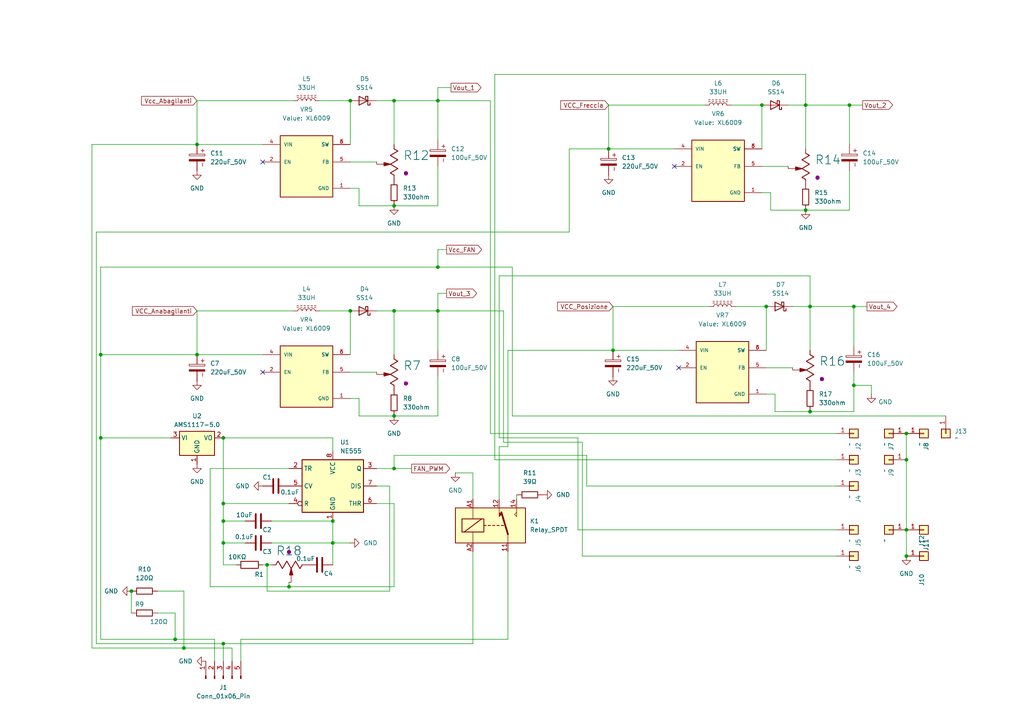
<source format=kicad_sch>
(kicad_sch (version 20250114) (generator "eeschema") (generator_version "9.0")
  (paper "A4")
  (lib_symbols
    (symbol "Connector:Conn_01x05_Pin" (pin_names (offset 1.016) (hide yes))
      (property "Reference" "J" (at 0 7.62 0))
      (property "Value" "Conn_01x05_Pin" (at 0 -7.62 0))
      (symbol "Conn_01x05_Pin_1_1"
        (rectangle (start 0.8636 5.207) (end 0 4.953) (stroke (width 0.1524)) (fill (type outline)))
        (rectangle (start 0.8636 2.667) (end 0 2.413) (stroke (width 0.1524)) (fill (type outline)))
        (rectangle (start 0.8636 0.127) (end 0 -0.127) (stroke (width 0.1524)) (fill (type outline)))
        (rectangle (start 0.8636 -2.413) (end 0 -2.667) (stroke (width 0.1524)) (fill (type outline)))
        (rectangle (start 0.8636 -4.953) (end 0 -5.207) (stroke (width 0.1524)) (fill (type outline)))
        (polyline (pts (xy 1.27 5.08) (xy 0.8636 5.08)) (stroke (width 0.1524)))
        (polyline (pts (xy 1.27 2.54) (xy 0.8636 2.54)) (stroke (width 0.1524)))
        (polyline (pts (xy 1.27 0) (xy 0.8636 0)) (stroke (width 0.1524)))
        (polyline (pts (xy 1.27 -2.54) (xy 0.8636 -2.54)) (stroke (width 0.1524)))
        (polyline (pts (xy 1.27 -5.08) (xy 0.8636 -5.08)) (stroke (width 0.1524)))
        (pin passive line (at 5.08 5.08 180) (length 3.81) (name "Pin_1") (number "1"))
        (pin passive line (at 5.08 2.54 180) (length 3.81) (name "Pin_2") (number "2"))
        (pin passive line (at 5.08 0 180) (length 3.81) (name "Pin_3") (number "3"))
        (pin passive line (at 5.08 -2.54 180) (length 3.81) (name "Pin_4") (number "4"))
        (pin passive line (at 5.08 -5.08 180) (length 3.81) (name "Pin_5") (number "5"))
      )
    )
    (symbol "Connector_Generic:Conn_01x01" (pin_names (offset 1.016) (hide yes))
      (property "Reference" "J" (at 0 2.54 0))
      (property "Value" "Conn_01x01" (at 0 -2.54 0))
      (symbol "Conn_01x01_1_1"
        (rectangle (start -1.27 1.27) (end 1.27 -1.27) (stroke (width 0.254)) (fill (type background)))
        (rectangle (start -1.27 0.127) (end 0 -0.127) (stroke (width 0.1524)))
        (pin passive line (at -5.08 0 0) (length 3.81) (name "Pin_1") (number "1"))
      )
    )
    (symbol "Device:C" (pin_numbers (hide yes)) (pin_names (offset 0.254))
      (property "Reference" "C" (at 0.635 2.54 0))
      (property "Value" "C" (at 0.635 -2.54 0))
      (symbol "C_0_1"
        (polyline (pts (xy -2.032 0.762) (xy 2.032 0.762)) (stroke (width 0.508)))
        (polyline (pts (xy -2.032 -0.762) (xy 2.032 -0.762)) (stroke (width 0.508)))
      )
      (symbol "C_1_1"
        (pin passive line (at 0 3.81 270) (length 2.794) (name "~") (number "1"))
        (pin passive line (at 0 -3.81 90) (length 2.794) (name "~") (number "2"))
      )
    )
    (symbol "Device:L_Ferrite" (pin_numbers (hide yes)) (pin_names (offset 1.016) (hide yes))
      (property "Reference" "L" (at -1.27 0 90))
      (property "Value" "L_Ferrite" (at 2.794 0 90))
      (symbol "L_Ferrite_0_1"
        (arc (start 0 2.54) (mid 0.6323 1.905) (end 0 1.27))
        (arc (start 0 1.27) (mid 0.6323 0.635) (end 0 0))
        (arc (start 0 0) (mid 0.6323 -0.635) (end 0 -1.27))
        (arc (start 0 -1.27) (mid 0.6323 -1.905) (end 0 -2.54))
        (polyline (pts (xy 1.016 2.286) (xy 1.016 2.794)))
        (polyline (pts (xy 1.016 1.27) (xy 1.016 1.778)))
        (polyline (pts (xy 1.016 0.254) (xy 1.016 0.762)))
        (polyline (pts (xy 1.016 -0.762) (xy 1.016 -0.254)))
        (polyline (pts (xy 1.016 -1.778) (xy 1.016 -1.27)))
        (polyline (pts (xy 1.016 -2.794) (xy 1.016 -2.286)))
        (polyline (pts (xy 1.524 2.794) (xy 1.524 2.286)))
        (polyline (pts (xy 1.524 1.778) (xy 1.524 1.27)))
        (polyline (pts (xy 1.524 0.762) (xy 1.524 0.254)))
        (polyline (pts (xy 1.524 -0.254) (xy 1.524 -0.762)))
        (polyline (pts (xy 1.524 -1.27) (xy 1.524 -1.778)))
        (polyline (pts (xy 1.524 -2.286) (xy 1.524 -2.794)))
      )
      (symbol "L_Ferrite_1_1"
        (pin passive line (at 0 3.81 270) (length 1.27) (name "1") (number "1"))
        (pin passive line (at 0 -3.81 90) (length 1.27) (name "2") (number "2"))
      )
    )
    (symbol "Device:R" (pin_numbers (hide yes)) (pin_names (offset 0))
      (property "Reference" "R" (at 2.032 0 90))
      (property "Value" "R" (at 0 0 90))
      (symbol "R_0_1"
        (rectangle (start -1.016 -2.54) (end 1.016 2.54) (stroke (width 0.254)))
      )
      (symbol "R_1_1"
        (pin passive line (at 0 3.81 270) (length 1.27) (name "~") (number "1"))
        (pin passive line (at 0 -3.81 90) (length 1.27) (name "~") (number "2"))
      )
    )
    (symbol "Diode:SS14" (pin_numbers (hide yes)) (pin_names (offset 1.016) (hide yes))
      (property "Reference" "D" (at 0 2.54 0))
      (property "Value" "SS14" (at 0 -2.54 0))
      (symbol "SS14_0_1"
        (polyline (pts (xy -1.905 0.635) (xy -1.905 1.27) (xy -1.27 1.27) (xy -1.27 -1.27) (xy -0.635 -1.27) (xy -0.635 -0.635)) (stroke (width 0.254)))
        (polyline (pts (xy 1.27 1.27) (xy 1.27 -1.27) (xy -1.27 0) (xy 1.27 1.27)) (stroke (width 0.254)))
        (polyline (pts (xy 1.27 0) (xy -1.27 0)))
      )
      (symbol "SS14_1_1"
        (pin passive line (at -3.81 0 0) (length 2.54) (name "K") (number "1"))
        (pin passive line (at 3.81 0 180) (length 2.54) (name "A") (number "2"))
      )
    )
    (symbol "New_Library:XL6009" (pin_names (offset 1.016))
      (property "Reference" "VR" (at -7.62 8.89 0))
      (property "Value" "XL6009" (at -7.62 -11.43 0) (show_name))
      (property "Footprint" "XL6009" (at 0 0 0) (show_name))
      (symbol "XL6009_0_0"
        (rectangle (start -7.62 -10.16) (end 7.62 7.62) (stroke (width 0.254)) (fill (type background)))
        (pin input line (at -12.7 5.08 0) (length 5.08) (name "VIN") (number "4"))
        (pin input line (at -12.7 0 0) (length 5.08) (name "EN") (number "2"))
        (pin output line (at 12.7 5.08 180) (length 5.08) (name "SW") (number "3"))
        (pin output line (at 12.7 5.08 180) (length 5.08) (name "SW") (number "6"))
        (pin input line (at 12.7 0 180) (length 5.08) (name "FB") (number "5"))
        (pin power_in line (at 12.7 -7.62 180) (length 5.08) (name "GND") (number "1"))
      )
    )
    (symbol "PCM_Generic:R-potentiometer,IEEE" (pin_numbers (hide yes)) (pin_names (offset 0) (hide yes))
      (property "Reference" "R" (at 2.54 2.54 0))
      (property "Indicator" "●" (at 2.54 -2.54 0))
      (symbol "R-potentiometer,IEEE_1_1"
        (polyline (pts (xy 0 3.81) (xy 1.0922 3.175) (xy -1.0922 1.905) (xy 1.0922 0.635) (xy -1.0922 -0.635) (xy 1.0922 -1.905) (xy -1.0922 -3.175) (xy 0 -3.81)) (stroke (width 0.254)))
        (polyline (pts (xy 1.0922 0.635) (xy 2.921 1.1176) (xy 2.921 0.1524) (xy 1.0922 0.635)) (stroke (width 0.254)) (fill (type outline)))
        (polyline (pts (xy 5.08 0) (xy 5.08 0.635) (xy 1.0922 0.635)))
        (pin passive line (at 0 5.08 270) (length 1.27) (name "c") (number "3"))
        (pin passive line (at 0 -5.08 90) (length 1.27) (name "a") (number "1"))
        (pin passive line (at 5.08 0 180) (length 0) (name "b") (number "2"))
      )
    )
    (symbol "PCM_SL_Capacitors:100uF_50V"
      (property "Reference" "C" (at 0 7.62 0))
      (property "Value" "100uF_50V" (at 0 5.08 0))
      (symbol "100uF_50V_0_0"
        (text "+" (at -2.032 1.524 0) (effects (font (size 1.27 1.27))))
        (text "-" (at 2.032 1.524 0) (effects (font (size 1.27 1.27))))
      )
      (symbol "100uF_50V_0_1"
        (rectangle (start -1.016 -2.286) (end -0.508 2.286))
        (rectangle (start 0.508 -2.286) (end 1.016 2.286) (fill (type outline)))
      )
      (symbol "100uF_50V_1_1"
        (pin passive line (at -3.81 0 0) (length 2.7) (name "~") (number "1"))
        (pin input line (at 3.81 0 180) (length 2.7) (name "~") (number "2"))
      )
    )
    (symbol "PCM_SL_Capacitors:220uF_50V"
      (property "Reference" "C" (at 0 7.62 0))
      (property "Value" "220uF_50V" (at 0 5.08 0))
      (symbol "220uF_50V_0_0"
        (text "+" (at -2.032 1.524 0) (effects (font (size 1.27 1.27))))
        (text "-" (at 2.032 1.524 0) (effects (font (size 1.27 1.27))))
      )
      (symbol "220uF_50V_0_1"
        (rectangle (start -1.016 -2.286) (end -0.508 2.286))
        (rectangle (start 0.508 -2.286) (end 1.016 2.286) (fill (type outline)))
      )
      (symbol "220uF_50V_1_1"
        (pin passive line (at -3.81 0 0) (length 2.7) (name "~") (number "1"))
        (pin input line (at 3.81 0 180) (length 2.7) (name "~") (number "2"))
      )
    )
    (symbol "PCM_SL_Devices:Resistor_5W"
      (property "Reference" "R" (at 0 5.08 0))
      (property "Value" "Resistor_5W" (at 0 2.54 0))
      (symbol "Resistor_5W_0_1"
        (rectangle (start -2.286 0.889) (end 2.286 -0.889) (stroke (width 0.24)))
      )
      (symbol "Resistor_5W_1_1"
        (pin passive line (at -3.81 0 0) (length 1.5) (name "") (number "1"))
        (pin passive line (at 3.81 0 180) (length 1.5) (name "~") (number "2"))
      )
    )
    (symbol "PCM_SL_Resistors:330ohm"
      (property "Reference" "R" (at 0 5.08 0))
      (property "Value" "330ohm" (at 0 2.54 0))
      (symbol "330ohm_0_1"
        (rectangle (start -2.286 0.889) (end 2.286 -0.889) (stroke (width 0.24)))
      )
      (symbol "330ohm_1_1"
        (pin passive line (at -3.81 0 0) (length 1.5) (name "") (number "1"))
        (pin passive line (at 3.81 0 180) (length 1.5) (name "~") (number "2"))
      )
    )
    (symbol "Regulator_Linear:AMS1117-5.0"
      (property "Reference" "U" (at -3.81 3.175 0))
      (property "Value" "AMS1117-5.0" (at 0 3.175 0))
      (symbol "AMS1117-5.0_0_1"
        (rectangle (start -5.08 -5.08) (end 5.08 1.905) (stroke (width 0.254)) (fill (type background)))
      )
      (symbol "AMS1117-5.0_1_1"
        (pin power_in line (at -7.62 0 0) (length 2.54) (name "VI") (number "3"))
        (pin power_in line (at 0 -7.62 90) (length 2.54) (name "GND") (number "1"))
        (pin power_out line (at 7.62 0 180) (length 2.54) (name "VO") (number "2"))
      )
    )
    (symbol "Relay:Relay_SPDT"
      (property "Reference" "K" (at 11.43 3.81 0))
      (property "Value" "Relay_SPDT" (at 11.43 1.27 0))
      (symbol "Relay_SPDT_0_0"
        (polyline (pts (xy 7.62 5.08) (xy 7.62 2.54) (xy 6.985 3.175) (xy 7.62 3.81)))
      )
      (symbol "Relay_SPDT_0_1"
        (rectangle (start -10.16 5.08) (end 10.16 -5.08) (stroke (width 0.254)) (fill (type background)))
        (rectangle (start -8.255 1.905) (end -1.905 -1.905) (stroke (width 0.254)))
        (polyline (pts (xy -7.62 -1.905) (xy -2.54 1.905)) (stroke (width 0.254)))
        (polyline (pts (xy -5.08 5.08) (xy -5.08 1.905)))
        (polyline (pts (xy -5.08 -5.08) (xy -5.08 -1.905)))
        (polyline (pts (xy -1.905 0) (xy -1.27 0)) (stroke (width 0.254)))
        (polyline (pts (xy -0.635 0) (xy 0 0)) (stroke (width 0.254)))
        (polyline (pts (xy 0.635 0) (xy 1.27 0)) (stroke (width 0.254)))
        (polyline (pts (xy 1.905 0) (xy 2.54 0)) (stroke (width 0.254)))
        (polyline (pts (xy 2.54 5.08) (xy 2.54 2.54) (xy 3.175 3.175) (xy 2.54 3.81)) (fill (type outline)))
        (polyline (pts (xy 3.175 0) (xy 3.81 0)) (stroke (width 0.254)))
        (polyline (pts (xy 5.08 -2.54) (xy 3.175 3.81)) (stroke (width 0.508)))
        (polyline (pts (xy 5.08 -2.54) (xy 5.08 -5.08)))
      )
      (symbol "Relay_SPDT_1_1"
        (pin passive line (at -5.08 7.62 270) (length 2.54) (name "~") (number "A1"))
        (pin passive line (at -5.08 -7.62 90) (length 2.54) (name "~") (number "A2"))
        (pin passive line (at 2.54 7.62 270) (length 2.54) (name "~") (number "12"))
        (pin passive line (at 5.08 -7.62 90) (length 2.54) (name "~") (number "11"))
        (pin passive line (at 7.62 7.62 270) (length 2.54) (name "~") (number "14"))
      )
    )
    (symbol "Timer:NE555D"
      (property "Reference" "U" (at -10.16 8.89 0))
      (property "Value" "NE555D" (at 2.54 8.89 0))
      (symbol "NE555D_0_0"
        (pin power_in line (at 0 10.16 270) (length 2.54) (name "VCC") (number "8"))
        (pin power_in line (at 0 -10.16 90) (length 2.54) (name "GND") (number "1"))
      )
      (symbol "NE555D_0_1"
        (rectangle (start -8.89 -7.62) (end 8.89 7.62) (stroke (width 0.254)) (fill (type background)))
        (rectangle (start -8.89 -7.62) (end 8.89 7.62) (stroke (width 0.254)) (fill (type background)))
      )
      (symbol "NE555D_1_1"
        (pin input line (at -12.7 5.08 0) (length 3.81) (name "TR") (number "2"))
        (pin input line (at -12.7 0 0) (length 3.81) (name "CV") (number "5"))
        (pin input inverted (at -12.7 -5.08 0) (length 3.81) (name "R") (number "4"))
        (pin output line (at 12.7 5.08 180) (length 3.81) (name "Q") (number "3"))
        (pin input line (at 12.7 0 180) (length 3.81) (name "DIS") (number "7"))
        (pin input line (at 12.7 -5.08 180) (length 3.81) (name "THR") (number "6"))
      )
    )
    (symbol "power:GND" (power) (pin_numbers (hide yes)) (pin_names (offset 0) (hide yes))
      (property "Value" "GND" (at 0 -3.81 0))
      (symbol "GND_0_1"
        (polyline (pts (xy 0 0) (xy 0 -1.27) (xy 1.27 -1.27) (xy 0 -2.54) (xy -1.27 -1.27) (xy 0 -1.27)))
      )
      (symbol "GND_1_1"
        (pin power_in line (at 0 0 270) (length 0) (name "~") (number "1"))
      )
    )
  )
  (junction (at 176.53 43.18))
  (junction (at 247.65 88.9))
  (junction (at 234.95 119.38))
  (junction (at 38.1 171.45))
  (junction (at 101.6 90.17))
  (junction (at 233.68 30.48))
  (junction (at 177.8 101.6))
  (junction (at 101.6 29.21))
  (junction (at 64.77 151.13))
  (junction (at 222.25 88.9))
  (junction (at 53.34 187.96))
  (junction (at 127 90.17))
  (junction (at 220.98 30.48))
  (junction (at 77.47 163.83))
  (junction (at 96.52 157.48))
  (junction (at 114.3 59.69))
  (junction (at 83.82 170.18))
  (junction (at 233.68 60.96))
  (junction (at 64.77 157.48))
  (junction (at 262.89 125.73))
  (junction (at 127 29.21))
  (junction (at 114.3 120.65))
  (junction (at 114.3 135.89))
  (junction (at 127 77.47))
  (junction (at 114.3 90.17))
  (junction (at 247.65 111.76))
  (junction (at 114.3 29.21))
  (junction (at 246.38 30.48))
  (junction (at 262.89 153.67))
  (junction (at 64.77 146.05))
  (junction (at 50.8 185.42))
  (junction (at 29.21 127))
  (junction (at 262.89 133.35))
  (junction (at 96.52 151.13))
  (junction (at 57.15 41.91))
  (junction (at 57.15 102.87))
  (junction (at 64.77 127))
  (junction (at 64.77 186.69))
  (junction (at 29.21 102.87))
  (junction (at 234.95 88.9))
  (junction (at 262.89 161.29))
  (no_connect (at 196.85 106.68))
  (no_connect (at 195.58 48.26))
  (no_connect (at 76.2 107.95))
  (no_connect (at 76.2 46.99))
  (wire (pts (xy 78.74 157.48) (xy 96.52 157.48)))
  (wire (pts (xy 64.77 186.69) (xy 137.16 186.69)))
  (wire (pts (xy 101.6 29.21) (xy 92.71 29.21)))
  (wire (pts (xy 129.54 72.39) (xy 127 72.39)))
  (wire (pts (xy 53.34 171.45) (xy 45.72 171.45)))
  (wire (pts (xy 53.34 171.45) (xy 53.34 187.96)))
  (wire (pts (xy 29.21 127) (xy 49.53 127)))
  (wire (pts (xy 137.16 186.69) (xy 137.16 160.02)))
  (wire (pts (xy 85.09 29.21) (xy 57.15 29.21)))
  (wire (pts (xy 229.87 88.9) (xy 234.95 88.9)))
  (wire (pts (xy 147.32 101.6) (xy 147.32 129.54)))
  (wire (pts (xy 67.31 191.77) (xy 67.31 187.96)))
  (wire (pts (xy 53.34 187.96) (xy 26.67 187.96)))
  (wire (pts (xy 234.95 80.01) (xy 234.95 88.9)))
  (wire (pts (xy 96.52 157.48) (xy 96.52 151.13)))
  (wire (pts (xy 146.05 128.27) (xy 146.05 90.17)))
  (wire (pts (xy 127 29.21) (xy 142.24 29.21)))
  (wire (pts (xy 29.21 77.47) (xy 29.21 102.87)))
  (wire (pts (xy 252.73 111.76) (xy 247.65 111.76)))
  (wire (pts (xy 247.65 100.33) (xy 247.65 88.9)))
  (wire (pts (xy 137.16 137.16) (xy 137.16 144.78)))
  (wire (pts (xy 205.74 88.9) (xy 177.8 88.9)))
  (wire (pts (xy 165.1 67.31) (xy 165.1 43.18)))
  (wire (pts (xy 129.54 85.09) (xy 127 85.09)))
  (wire (pts (xy 64.77 157.48) (xy 64.77 163.83)))
  (wire (pts (xy 127 85.09) (xy 127 90.17)))
  (wire (pts (xy 170.18 132.08) (xy 170.18 140.97)))
  (wire (pts (xy 57.15 90.17) (xy 57.15 102.87)))
  (wire (pts (xy 69.85 191.77) (xy 69.85 185.42)))
  (wire (pts (xy 168.91 161.29) (xy 168.91 128.27)))
  (wire (pts (xy 220.98 55.88) (xy 223.52 55.88)))
  (wire (pts (xy 222.25 114.3) (xy 224.79 114.3)))
  (wire (pts (xy 50.8 177.8) (xy 45.72 177.8)))
  (wire (pts (xy 148.59 120.65) (xy 148.59 77.47)))
  (wire (pts (xy 242.57 140.97) (xy 170.18 140.97)))
  (wire (pts (xy 64.77 146.05) (xy 64.77 127)))
  (wire (pts (xy 222.25 88.9) (xy 213.36 88.9)))
  (wire (pts (xy 246.38 41.91) (xy 246.38 30.48)))
  (wire (pts (xy 127 29.21) (xy 114.3 29.21)))
  (wire (pts (xy 64.77 151.13) (xy 71.12 151.13)))
  (wire (pts (xy 57.15 102.87) (xy 29.21 102.87)))
  (wire (pts (xy 176.53 30.48) (xy 176.53 43.18)))
  (wire (pts (xy 83.82 170.18) (xy 83.82 168.91)))
  (wire (pts (xy 101.6 90.17) (xy 101.6 102.87)))
  (wire (pts (xy 177.8 88.9) (xy 177.8 101.6)))
  (wire (pts (xy 246.38 30.48) (xy 250.19 30.48)))
  (wire (pts (xy 142.24 29.21) (xy 142.24 125.73)))
  (wire (pts (xy 246.38 49.53) (xy 246.38 60.96)))
  (wire (pts (xy 262.89 125.73) (xy 262.89 133.35)))
  (wire (pts (xy 262.89 153.67) (xy 262.89 161.29)))
  (wire (pts (xy 71.12 157.48) (xy 64.77 157.48)))
  (wire (pts (xy 64.77 151.13) (xy 64.77 146.05)))
  (wire (pts (xy 144.78 129.54) (xy 144.78 144.78)))
  (wire (pts (xy 223.52 60.96) (xy 233.68 60.96)))
  (wire (pts (xy 50.8 185.42) (xy 62.23 185.42)))
  (wire (pts (xy 127 25.4) (xy 127 29.21)))
  (wire (pts (xy 144.78 80.01) (xy 234.95 80.01)))
  (wire (pts (xy 222.25 88.9) (xy 222.25 101.6)))
  (wire (pts (xy 127 77.47) (xy 29.21 77.47)))
  (wire (pts (xy 114.3 132.08) (xy 114.3 135.89)))
  (wire (pts (xy 60.96 135.89) (xy 60.96 170.18)))
  (wire (pts (xy 176.53 43.18) (xy 195.58 43.18)))
  (wire (pts (xy 109.22 140.97) (xy 113.03 140.97)))
  (wire (pts (xy 143.51 21.59) (xy 143.51 133.35)))
  (wire (pts (xy 247.65 111.76) (xy 247.65 119.38)))
  (wire (pts (xy 57.15 41.91) (xy 76.2 41.91)))
  (wire (pts (xy 114.3 135.89) (xy 119.38 135.89)))
  (wire (pts (xy 83.82 170.18) (xy 114.3 170.18)))
  (wire (pts (xy 147.32 185.42) (xy 147.32 160.02)))
  (wire (pts (xy 101.6 115.57) (xy 104.14 115.57)))
  (wire (pts (xy 114.3 135.89) (xy 109.22 135.89)))
  (wire (pts (xy 64.77 186.69) (xy 27.94 186.69)))
  (wire (pts (xy 101.6 29.21) (xy 101.6 41.91)))
  (wire (pts (xy 104.14 59.69) (xy 114.3 59.69)))
  (wire (pts (xy 109.22 29.21) (xy 114.3 29.21)))
  (wire (pts (xy 67.31 187.96) (xy 53.34 187.96)))
  (wire (pts (xy 242.57 153.67) (xy 167.64 153.67)))
  (wire (pts (xy 127 59.69) (xy 114.3 59.69)))
  (wire (pts (xy 76.2 163.83) (xy 77.47 163.83)))
  (wire (pts (xy 127 101.6) (xy 127 90.17)))
  (wire (pts (xy 246.38 60.96) (xy 233.68 60.96)))
  (wire (pts (xy 224.79 119.38) (xy 234.95 119.38)))
  (wire (pts (xy 167.64 127) (xy 144.78 127)))
  (wire (pts (xy 113.03 140.97) (xy 113.03 171.45)))
  (wire (pts (xy 220.98 30.48) (xy 220.98 43.18)))
  (wire (pts (xy 38.1 171.45) (xy 38.1 177.8)))
  (wire (pts (xy 127 48.26) (xy 127 59.69)))
  (wire (pts (xy 113.03 171.45) (xy 77.47 171.45)))
  (wire (pts (xy 83.82 146.05) (xy 64.77 146.05)))
  (wire (pts (xy 247.65 88.9) (xy 251.46 88.9)))
  (wire (pts (xy 104.14 120.65) (xy 114.3 120.65)))
  (wire (pts (xy 127 40.64) (xy 127 29.21)))
  (wire (pts (xy 127 90.17) (xy 114.3 90.17)))
  (wire (pts (xy 224.79 114.3) (xy 224.79 119.38)))
  (wire (pts (xy 144.78 127) (xy 144.78 80.01)))
  (wire (pts (xy 223.52 55.88) (xy 223.52 60.96)))
  (wire (pts (xy 101.6 157.48) (xy 96.52 157.48)))
  (wire (pts (xy 27.94 67.31) (xy 165.1 67.31)))
  (wire (pts (xy 101.6 107.95) (xy 109.22 107.95)))
  (wire (pts (xy 29.21 102.87) (xy 29.21 127)))
  (wire (pts (xy 127 72.39) (xy 127 77.47)))
  (wire (pts (xy 77.47 171.45) (xy 77.47 163.83)))
  (wire (pts (xy 228.6 30.48) (xy 233.68 30.48)))
  (wire (pts (xy 247.65 88.9) (xy 234.95 88.9)))
  (wire (pts (xy 177.8 101.6) (xy 196.85 101.6)))
  (wire (pts (xy 26.67 41.91) (xy 57.15 41.91)))
  (wire (pts (xy 101.6 46.99) (xy 109.22 46.99)))
  (wire (pts (xy 83.82 135.89) (xy 60.96 135.89)))
  (wire (pts (xy 170.18 132.08) (xy 114.3 132.08)))
  (wire (pts (xy 168.91 128.27) (xy 146.05 128.27)))
  (wire (pts (xy 233.68 30.48) (xy 233.68 43.18)))
  (wire (pts (xy 234.95 88.9) (xy 234.95 101.6)))
  (wire (pts (xy 50.8 177.8) (xy 50.8 185.42)))
  (wire (pts (xy 96.52 157.48) (xy 96.52 163.83)))
  (wire (pts (xy 104.14 54.61) (xy 104.14 59.69)))
  (wire (pts (xy 26.67 187.96) (xy 26.67 41.91)))
  (wire (pts (xy 114.3 170.18) (xy 114.3 146.05)))
  (wire (pts (xy 60.96 170.18) (xy 83.82 170.18)))
  (wire (pts (xy 262.89 133.35) (xy 262.89 153.67)))
  (wire (pts (xy 101.6 90.17) (xy 92.71 90.17)))
  (wire (pts (xy 148.59 120.65) (xy 274.32 120.65)))
  (wire (pts (xy 127 120.65) (xy 114.3 120.65)))
  (wire (pts (xy 78.74 151.13) (xy 96.52 151.13)))
  (wire (pts (xy 147.32 101.6) (xy 177.8 101.6)))
  (wire (pts (xy 101.6 54.61) (xy 104.14 54.61)))
  (wire (pts (xy 64.77 191.77) (xy 64.77 186.69)))
  (wire (pts (xy 68.58 163.83) (xy 64.77 163.83)))
  (wire (pts (xy 127 109.22) (xy 127 120.65)))
  (wire (pts (xy 144.78 129.54) (xy 147.32 129.54)))
  (wire (pts (xy 69.85 185.42) (xy 147.32 185.42)))
  (wire (pts (xy 212.09 30.48) (xy 220.98 30.48)))
  (wire (pts (xy 220.98 48.26) (xy 228.6 48.26)))
  (wire (pts (xy 29.21 127) (xy 29.21 185.42)))
  (wire (pts (xy 130.81 25.4) (xy 127 25.4)))
  (wire (pts (xy 167.64 153.67) (xy 167.64 127)))
  (wire (pts (xy 104.14 115.57) (xy 104.14 120.65)))
  (wire (pts (xy 233.68 30.48) (xy 233.68 21.59)))
  (wire (pts (xy 246.38 30.48) (xy 233.68 30.48)))
  (wire (pts (xy 252.73 111.76) (xy 252.73 114.3)))
  (wire (pts (xy 222.25 106.68) (xy 229.87 106.68)))
  (wire (pts (xy 176.53 43.18) (xy 165.1 43.18)))
  (wire (pts (xy 57.15 29.21) (xy 57.15 41.91)))
  (wire (pts (xy 176.53 30.48) (xy 204.47 30.48)))
  (wire (pts (xy 109.22 90.17) (xy 114.3 90.17)))
  (wire (pts (xy 96.52 127) (xy 96.52 130.81)))
  (wire (pts (xy 247.65 119.38) (xy 234.95 119.38)))
  (wire (pts (xy 149.86 143.51) (xy 149.86 144.78)))
  (wire (pts (xy 85.09 90.17) (xy 57.15 90.17)))
  (wire (pts (xy 57.15 102.87) (xy 76.2 102.87)))
  (wire (pts (xy 247.65 107.95) (xy 247.65 111.76)))
  (wire (pts (xy 233.68 21.59) (xy 143.51 21.59)))
  (wire (pts (xy 146.05 90.17) (xy 127 90.17)))
  (wire (pts (xy 114.3 90.17) (xy 114.3 102.87)))
  (wire (pts (xy 64.77 127) (xy 96.52 127)))
  (wire (pts (xy 64.77 151.13) (xy 64.77 157.48)))
  (wire (pts (xy 77.47 163.83) (xy 78.74 163.83)))
  (wire (pts (xy 148.59 77.47) (xy 127 77.47)))
  (wire (pts (xy 27.94 186.69) (xy 27.94 67.31)))
  (wire (pts (xy 29.21 185.42) (xy 50.8 185.42)))
  (wire (pts (xy 62.23 191.77) (xy 62.23 185.42)))
  (wire (pts (xy 114.3 29.21) (xy 114.3 41.91)))
  (wire (pts (xy 143.51 133.35) (xy 242.57 133.35)))
  (wire (pts (xy 142.24 125.73) (xy 242.57 125.73)))
  (wire (pts (xy 114.3 146.05) (xy 109.22 146.05)))
  (wire (pts (xy 242.57 161.29) (xy 168.91 161.29)))
  (wire (pts (xy 132.08 137.16) (xy 137.16 137.16)))
  (global_label "Vout_1" (shape output) (at 130.81 25.4 0) (property "Intersheetrefs" "${INTERSHEET_REFS}" (effects (hide yes))))
  (global_label "Vout_3" (shape output) (at 129.54 85.09 0) (property "Intersheetrefs" "${INTERSHEET_REFS}" (effects (hide yes))))
  (global_label "VCC_Anabaglianti" (shape input) (at 57.15 90.17 180) (property "Intersheetrefs" "${INTERSHEET_REFS}" (effects (hide yes))))
  (global_label "Vout_4" (shape output) (at 251.46 88.9 0) (property "Intersheetrefs" "${INTERSHEET_REFS}" (effects (hide yes))))
  (global_label "VCC_Freccia" (shape input) (at 176.53 30.48 180) (property "Intersheetrefs" "${INTERSHEET_REFS}" (effects (hide yes))))
  (global_label "Vcc_Abaglianti" (shape input) (at 57.15 29.21 180) (property "Intersheetrefs" "${INTERSHEET_REFS}" (effects (hide yes))))
  (global_label "Vout_2" (shape output) (at 250.19 30.48 0) (property "Intersheetrefs" "${INTERSHEET_REFS}" (effects (hide yes))))
  (global_label "Vcc_FAN" (shape output) (at 129.54 72.39 0) (property "Intersheetrefs" "${INTERSHEET_REFS}" (effects (hide yes))))
  (global_label "FAN_PWM" (shape output) (at 119.38 135.89 0) (property "Intersheetrefs" "${INTERSHEET_REFS}" (effects (hide yes))))
  (global_label "VCC_Posizione" (shape input) (at 177.8 88.9 180) (property "Intersheetrefs" "${INTERSHEET_REFS}" (effects (hide yes))))
  (symbol (lib_id "Connector_Generic:Conn_01x01") (at 267.97 161.29 0) (unit 1)
    (property "Reference" "J12" (at 267.3349 158.75 90) (effects (justify left)))
    (property "Value" "~" (at 269.24 158.75 90) (effects (justify left)))
    (property "Footprint" "Mio:PinHeader_1x01_P1.00mm_Vertical_edit" (effects (hide yes)))
    (property "Description" "Generic connector, single row, 01x01, script generated (kicad-library-utils/schlib/autogen/connector/)" (effects (hide yes)))
  )
  (symbol (lib_id "PCM_SL_Capacitors:220uF_50V") (at 177.8 105.41 270) (unit 1)
    (property "Reference" "C15" (at 181.61 104.1399 90) (effects (justify left)))
    (property "Value" "220uF_50V" (at 181.61 106.6799 90) (effects (justify left)))
    (property "Footprint" "Capacitor_SMD:CP_Elec_8x10" (effects (hide yes)))
    (property "Description" "220uF, 50V Electrolytic Capacitor" (effects (hide yes)))
  )
  (symbol (lib_id "Diode:SS14") (at 105.41 29.21 180) (unit 1)
    (property "Reference" "D5" (at 105.7275 22.86 0))
    (property "Value" "SS14" (at 105.7275 25.4 0))
    (property "Footprint" "Diode_SMD:D_SMA" (effects (hide yes)))
    (property "Datasheet" "https://www.vishay.com/docs/88746/ss12.pdf" (effects (hide yes)))
    (property "Description" "40V 1A Schottky Diode, SMA" (effects (hide yes)))
  )
  (symbol (lib_id "Connector_Generic:Conn_01x01") (at 247.65 140.97 0) (unit 1)
    (property "Reference" "J4" (at 248.9201 143.51 90) (effects (justify right)))
    (property "Value" "~" (at 246.3801 143.51 90) (effects (justify right)))
    (property "Footprint" "Mio:PinHeader_1x01_P1.00mm_Vertical_edit" (effects (hide yes)))
    (property "Description" "Generic connector, single row, 01x01, script generated (kicad-library-utils/schlib/autogen/connector/)" (effects (hide yes)))
  )
  (symbol (lib_id "power:GND") (at 233.68 60.96 0) (unit 1)
    (property "Reference" "#PWR024" (effects (hide yes)))
    (property "Value" "GND" (at 233.68 66.04 0))
    (property "Description" "Power symbol creates a global label with name \"GND\" , ground" (effects (hide yes)))
  )
  (symbol (lib_id "Diode:SS14") (at 224.79 30.48 180) (unit 1)
    (property "Reference" "D6" (at 225.1075 24.13 0))
    (property "Value" "SS14" (at 225.1075 26.67 0))
    (property "Footprint" "Diode_SMD:D_SMA" (effects (hide yes)))
    (property "Datasheet" "https://www.vishay.com/docs/88746/ss12.pdf" (effects (hide yes)))
    (property "Description" "40V 1A Schottky Diode, SMA" (effects (hide yes)))
  )
  (symbol (lib_id "power:GND") (at 57.15 110.49 0) (unit 1)
    (property "Reference" "#PWR014" (effects (hide yes)))
    (property "Value" "GND" (at 57.15 115.57 0))
    (property "Description" "Power symbol creates a global label with name \"GND\" , ground" (effects (hide yes)))
  )
  (symbol (lib_id "New_Library:XL6009") (at 88.9 46.99 0) (unit 1)
    (property "Reference" "VR5" (at 88.9 31.75 0))
    (property "Value" "XL6009" (at 88.9 34.29 0) (show_name yes))
    (property "Footprint" "XL6009:DPAK170P1435X465-6N" (effects (hide yes)))
    (property "Description" "DCDCstepup" (effects (hide yes)))
    (property "MP" "XL6009" (effects (hide yes)))
  )
  (symbol (lib_id "PCM_SL_Resistors:330ohm") (at 114.3 55.88 270) (unit 1)
    (property "Reference" "R13" (at 116.84 54.6099 90) (effects (justify left)))
    (property "Value" "330ohm" (at 116.84 57.1499 90) (effects (justify left)))
    (property "Footprint" "Resistor_SMD:R_1206_3216Metric" (effects (hide yes)))
    (property "Description" "330Ω, 1/4W Resistor" (effects (hide yes)))
  )
  (symbol (lib_id "power:GND") (at 114.3 120.65 0) (unit 1)
    (property "Reference" "#PWR015" (effects (hide yes)))
    (property "Value" "GND" (at 114.3 125.73 0))
    (property "Description" "Power symbol creates a global label with name \"GND\" , ground" (effects (hide yes)))
  )
  (symbol (lib_id "PCM_SL_Devices:Resistor_5W") (at 41.91 171.45 180) (unit 1)
    (property "Reference" "R10" (at 41.91 165.1 0))
    (property "Value" "120Ω" (at 41.91 167.64 0))
    (property "Footprint" "Resistor_THT:R_Axial_DIN0918_L18.0mm_D9.0mm_P22.86mm_Horizontal" (effects (hide yes)))
    (property "Description" "5W Resistor" (effects (hide yes)))
  )
  (symbol (lib_id "PCM_Generic:R-potentiometer,IEEE") (at 114.3 107.95 180) (unit 1)
    (property "Reference" "R7" (at 116.84 106.0449 0) (effects (font (size 2.54 2.54)) (justify right)))
    (property "Value" "10K" (at 116.84 109.22 0) (effects (font (size 0.001 0.001)) (justify right)))
    (property "Footprint" "Potentiometer_THT:Potentiometer_Bourns_3296W_Vertical" (effects (hide yes)))
    (property "Description" "potentiometer with movable/rotating/sliding contact (IEEE zigzag)" (effects (hide yes)))
    (property "Sim.Pins" "1=1 2=2 3=3" (effects (hide yes)))
    (property "Sim.Device" "SPICE" (effects (hide yes)))
    (property "Sim.Params" "type=\"A\" model=\"lin100k\" lib=\"R-potentiometer.lib\"" (effects (hide yes)))
    (property "Indicator" "●" (at 116.84 111.1249 0) (effects (justify right)))
  )
  (symbol (lib_id "PCM_Generic:R-potentiometer,IEEE") (at 114.3 46.99 180) (unit 1)
    (property "Reference" "R12" (at 116.84 45.0849 0) (effects (font (size 2.54 2.54)) (justify right)))
    (property "Value" "10K" (at 116.84 48.26 0) (effects (font (size 0.001 0.001)) (justify right)))
    (property "Footprint" "Potentiometer_THT:Potentiometer_Bourns_3296W_Vertical" (effects (hide yes)))
    (property "Description" "potentiometer with movable/rotating/sliding contact (IEEE zigzag)" (effects (hide yes)))
    (property "Sim.Pins" "1=1 2=2 3=3" (effects (hide yes)))
    (property "Sim.Device" "SPICE" (effects (hide yes)))
    (property "Sim.Params" "type=\"A\" model=\"lin100k\" lib=\"R-potentiometer.lib\"" (effects (hide yes)))
    (property "Indicator" "●" (at 116.84 50.1649 0) (effects (justify right)))
  )
  (symbol (lib_id "Connector_Generic:Conn_01x01") (at 257.81 133.35 180) (unit 1)
    (property "Reference" "J9" (at 258.4451 135.89 90) (effects (justify left)))
    (property "Value" "~" (at 256.54 135.89 90) (effects (justify left)))
    (property "Footprint" "Mio:PinHeader_1x01_P1.00mm_Vertical_edit" (effects (hide yes)))
    (property "Description" "Generic connector, single row, 01x01, script generated (kicad-library-utils/schlib/autogen/connector/)" (effects (hide yes)))
  )
  (symbol (lib_id "PCM_SL_Resistors:330ohm") (at 233.68 57.15 270) (unit 1)
    (property "Reference" "R15" (at 236.22 55.8799 90) (effects (justify left)))
    (property "Value" "330ohm" (at 236.22 58.4199 90) (effects (justify left)))
    (property "Footprint" "Resistor_SMD:R_1206_3216Metric" (effects (hide yes)))
    (property "Description" "330Ω, 1/4W Resistor" (effects (hide yes)))
  )
  (symbol (lib_id "Device:L_Ferrite") (at 88.9 90.17 90) (unit 1)
    (property "Reference" "L4" (at 88.9 83.82 90))
    (property "Value" "33UH" (at 88.9 86.36 90))
    (property "Footprint" "Inductor_SMD:L_Neosid_SM-NE127_HandSoldering" (effects (hide yes)))
    (property "Description" "Inductor with ferrite core" (effects (hide yes)))
  )
  (symbol (lib_id "Connector_Generic:Conn_01x01") (at 274.32 125.73 270) (unit 1)
    (property "Reference" "J13" (at 276.86 125.0949 90) (effects (justify left)))
    (property "Value" "~" (at 276.86 127 90) (effects (justify left)))
    (property "Footprint" "Mio:PinHeader_1x01_P1.00mm_Vertical_edit" (effects (hide yes)))
    (property "Description" "Generic connector, single row, 01x01, script generated (kicad-library-utils/schlib/autogen/connector/)" (effects (hide yes)))
  )
  (symbol (lib_id "New_Library:XL6009") (at 209.55 106.68 0) (unit 1)
    (property "Reference" "VR7" (at 209.55 91.44 0))
    (property "Value" "XL6009" (at 209.55 93.98 0) (show_name yes))
    (property "Footprint" "XL6009:DPAK170P1435X465-6N" (effects (hide yes)))
    (property "Description" "DCDCstepup" (effects (hide yes)))
    (property "MP" "XL6009" (effects (hide yes)))
  )
  (symbol (lib_id "power:GND") (at 57.15 49.53 0) (unit 1)
    (property "Reference" "#PWR019" (effects (hide yes)))
    (property "Value" "GND" (at 57.15 54.61 0))
    (property "Description" "Power symbol creates a global label with name \"GND\" , ground" (effects (hide yes)))
  )
  (symbol (lib_id "PCM_SL_Capacitors:100uF_50V") (at 247.65 104.14 270) (unit 1)
    (property "Reference" "C16" (at 251.46 102.8699 90) (effects (justify left)))
    (property "Value" "100uF_50V" (at 251.46 105.4099 90) (effects (justify left)))
    (property "Footprint" "Capacitor_SMD:CP_Elec_8x10" (effects (hide yes)))
    (property "Description" "100uF, 50V Electrolytic Capacitor" (effects (hide yes)))
  )
  (symbol (lib_id "Regulator_Linear:AMS1117-5.0") (at 57.15 127 0) (unit 1)
    (property "Reference" "U2" (at 57.15 120.65 0))
    (property "Value" "AMS1117-5.0" (at 57.15 123.19 0))
    (property "Footprint" "Package_TO_SOT_SMD:SOT-223-3_TabPin2" (effects (hide yes)))
    (property "Datasheet" "http://www.advanced-monolithic.com/pdf/ds1117.pdf" (effects (hide yes)))
    (property "Description" "1A Low Dropout regulator, positive, 5.0V fixed output, SOT-223" (effects (hide yes)))
  )
  (symbol (lib_id "PCM_SL_Capacitors:100uF_50V") (at 246.38 45.72 270) (unit 1)
    (property "Reference" "C14" (at 250.19 44.4499 90) (effects (justify left)))
    (property "Value" "100uF_50V" (at 250.19 46.9899 90) (effects (justify left)))
    (property "Footprint" "Capacitor_SMD:CP_Elec_8x10" (effects (hide yes)))
    (property "Description" "100uF, 50V Electrolytic Capacitor" (effects (hide yes)))
  )
  (symbol (lib_id "Connector_Generic:Conn_01x01") (at 247.65 133.35 0) (unit 1)
    (property "Reference" "J3" (at 248.9201 135.89 90) (effects (justify right)))
    (property "Value" "~" (at 246.3801 135.89 90) (effects (justify right)))
    (property "Footprint" "Mio:PinHeader_1x01_P1.00mm_Vertical_edit" (effects (hide yes)))
    (property "Description" "Generic connector, single row, 01x01, script generated (kicad-library-utils/schlib/autogen/connector/)" (effects (hide yes)))
  )
  (symbol (lib_id "PCM_SL_Capacitors:100uF_50V") (at 127 44.45 270) (unit 1)
    (property "Reference" "C12" (at 130.81 43.1799 90) (effects (justify left)))
    (property "Value" "100uF_50V" (at 130.81 45.7199 90) (effects (justify left)))
    (property "Footprint" "Capacitor_SMD:CP_Elec_8x10" (effects (hide yes)))
    (property "Description" "100uF, 50V Electrolytic Capacitor" (effects (hide yes)))
  )
  (symbol (lib_id "Device:C") (at 74.93 157.48 270) (unit 1)
    (property "Reference" "C3" (at 77.47 160.02 90))
    (property "Value" "0.1uF" (at 70.866 155.702 90))
    (property "Footprint" "Capacitor_SMD:C_1210_3225Metric" (effects (hide yes)))
    (property "Description" "Unpolarized capacitor" (effects (hide yes)))
  )
  (symbol (lib_id "PCM_SL_Capacitors:220uF_50V") (at 176.53 46.99 270) (unit 1)
    (property "Reference" "C13" (at 180.34 45.7199 90) (effects (justify left)))
    (property "Value" "220uF_50V" (at 180.34 48.2599 90) (effects (justify left)))
    (property "Footprint" "Capacitor_SMD:CP_Elec_8x10" (effects (hide yes)))
    (property "Description" "220uF, 50V Electrolytic Capacitor" (effects (hide yes)))
  )
  (symbol (lib_id "PCM_Generic:R-potentiometer,IEEE") (at 234.95 106.68 180) (unit 1)
    (property "Reference" "R16" (at 237.49 104.7749 0) (effects (font (size 2.54 2.54)) (justify right)))
    (property "Value" "10K" (at 237.49 107.95 0) (effects (font (size 0.001 0.001)) (justify right)))
    (property "Footprint" "Potentiometer_THT:Potentiometer_Bourns_3296W_Vertical" (effects (hide yes)))
    (property "Description" "potentiometer with movable/rotating/sliding contact (IEEE zigzag)" (effects (hide yes)))
    (property "Sim.Pins" "1=1 2=2 3=3" (effects (hide yes)))
    (property "Sim.Device" "SPICE" (effects (hide yes)))
    (property "Sim.Params" "type=\"A\" model=\"lin100k\" lib=\"R-potentiometer.lib\"" (effects (hide yes)))
    (property "Indicator" "●" (at 237.49 109.8549 0) (effects (justify right)))
  )
  (symbol (lib_id "Connector_Generic:Conn_01x01") (at 247.65 153.67 0) (unit 1)
    (property "Reference" "J5" (at 248.9201 156.21 90) (effects (justify right)))
    (property "Value" "~" (at 246.3801 156.21 90) (effects (justify right)))
    (property "Footprint" "Mio:PinHeader_1x01_P1.00mm_Vertical_edit" (effects (hide yes)))
    (property "Description" "Generic connector, single row, 01x01, script generated (kicad-library-utils/schlib/autogen/connector/)" (effects (hide yes)))
  )
  (symbol (lib_id "power:GND") (at 157.48 143.51 90) (unit 1)
    (property "Reference" "#PWR05" (effects (hide yes)))
    (property "Value" "GND" (at 161.29 143.5099 90) (effects (justify right)))
    (property "Description" "Power symbol creates a global label with name \"GND\" , ground" (effects (hide yes)))
  )
  (symbol (lib_id "Connector_Generic:Conn_01x01") (at 247.65 161.29 0) (unit 1)
    (property "Reference" "J6" (at 248.9201 163.83 90) (effects (justify right)))
    (property "Value" "~" (at 246.3801 163.83 90) (effects (justify right)))
    (property "Footprint" "Mio:PinHeader_1x01_P1.00mm_Vertical_edit" (effects (hide yes)))
    (property "Description" "Generic connector, single row, 01x01, script generated (kicad-library-utils/schlib/autogen/connector/)" (effects (hide yes)))
  )
  (symbol (lib_id "PCM_SL_Devices:Resistor_5W") (at 153.67 143.51 0) (unit 1)
    (property "Reference" "R11" (at 153.67 137.16 0))
    (property "Value" "39Ω" (at 153.67 139.7 0))
    (property "Footprint" "Resistor_THT:R_Axial_DIN0918_L18.0mm_D9.0mm_P22.86mm_Horizontal" (effects (hide yes)))
    (property "Description" "5W Resistor" (effects (hide yes)))
  )
  (symbol (lib_id "Timer:NE555D") (at 96.52 140.97 0) (unit 1)
    (property "Reference" "U1" (at 98.6633 128.27 0) (effects (justify left)))
    (property "Value" "NE555" (at 98.6633 130.81 0) (effects (justify left)))
    (property "Footprint" "Package_SO:SOIC-8_3.9x4.9mm_P1.27mm" (effects (hide yes)))
    (property "Datasheet" "http://www.ti.com/lit/ds/symlink/ne555.pdf" (effects (hide yes)))
    (property "Description" "Precision Timers, 555 compatible, SOIC-8" (effects (hide yes)))
  )
  (symbol (lib_id "power:GND") (at 262.89 161.29 0) (unit 1)
    (property "Reference" "#PWR02" (effects (hide yes)))
    (property "Value" "GND" (at 262.89 166.37 0))
    (property "Description" "Power symbol creates a global label with name \"GND\" , ground" (effects (hide yes)))
  )
  (symbol (lib_id "PCM_SL_Resistors:330ohm") (at 234.95 115.57 270) (unit 1)
    (property "Reference" "R17" (at 237.49 114.2999 90) (effects (justify left)))
    (property "Value" "330ohm" (at 237.49 116.8399 90) (effects (justify left)))
    (property "Footprint" "Resistor_SMD:R_1206_3216Metric" (effects (hide yes)))
    (property "Description" "330Ω, 1/4W Resistor" (effects (hide yes)))
  )
  (symbol (lib_id "Device:R") (at 72.39 163.83 90) (unit 1)
    (property "Reference" "R1" (at 75.184 166.624 90))
    (property "Value" "10KΩ" (at 68.834 161.544 90))
    (property "Footprint" "Resistor_SMD:R_1210_3225Metric" (effects (hide yes)))
    (property "Description" "Resistor" (effects (hide yes)))
  )
  (symbol (lib_id "Device:L_Ferrite") (at 88.9 29.21 90) (unit 1)
    (property "Reference" "L5" (at 88.9 22.86 90))
    (property "Value" "33UH" (at 88.9 25.4 90))
    (property "Footprint" "Inductor_SMD:L_Neosid_SM-NE127_HandSoldering" (effects (hide yes)))
    (property "Description" "Inductor with ferrite core" (effects (hide yes)))
  )
  (symbol (lib_id "Relay:Relay_SPDT") (at 142.24 152.4 0) (unit 1)
    (property "Reference" "K1" (at 153.67 151.1299 0) (effects (justify left)))
    (property "Value" "Relay_SPDT" (at 153.67 153.6699 0) (effects (justify left)))
    (property "Footprint" "Relay_THT:Relay_SPDT_Finder_36.11" (effects (hide yes)))
    (property "Description" "Relay SPDT, monostable, EN50005" (effects (hide yes)))
  )
  (symbol (lib_id "power:GND") (at 252.73 114.3 0) (unit 1)
    (property "Reference" "#PWR028" (effects (hide yes)))
    (property "Value" "GND" (at 256.794 116.586 0))
    (property "Description" "Power symbol creates a global label with name \"GND\" , ground" (effects (hide yes)))
  )
  (symbol (lib_id "power:GND") (at 177.8 109.22 0) (unit 1)
    (property "Reference" "#PWR027" (effects (hide yes)))
    (property "Value" "GND" (at 177.8 114.3 0))
    (property "Description" "Power symbol creates a global label with name \"GND\" , ground" (effects (hide yes)))
  )
  (symbol (lib_id "PCM_SL_Capacitors:100uF_50V") (at 127 105.41 270) (unit 1)
    (property "Reference" "C8" (at 130.81 104.1399 90) (effects (justify left)))
    (property "Value" "100uF_50V" (at 130.81 106.6799 90) (effects (justify left)))
    (property "Footprint" "Capacitor_SMD:CP_Elec_8x10" (effects (hide yes)))
    (property "Description" "100uF, 50V Electrolytic Capacitor" (effects (hide yes)))
  )
  (symbol (lib_id "Device:C") (at 92.71 163.83 270) (unit 1)
    (property "Reference" "C4" (at 95.25 166.37 90))
    (property "Value" "0.1uF" (at 88.646 162.052 90))
    (property "Footprint" "Capacitor_SMD:C_1210_3225Metric" (effects (hide yes)))
    (property "Description" "Unpolarized capacitor" (effects (hide yes)))
  )
  (symbol (lib_id "PCM_SL_Capacitors:220uF_50V") (at 57.15 106.68 270) (unit 1)
    (property "Reference" "C7" (at 60.96 105.4099 90) (effects (justify left)))
    (property "Value" "220uF_50V" (at 60.96 107.9499 90) (effects (justify left)))
    (property "Footprint" "Capacitor_SMD:CP_Elec_8x10" (effects (hide yes)))
    (property "Description" "220uF, 50V Electrolytic Capacitor" (effects (hide yes)))
  )
  (symbol (lib_id "PCM_Generic:R-potentiometer,IEEE") (at 233.68 48.26 180) (unit 1)
    (property "Reference" "R14" (at 236.22 46.3549 0) (effects (font (size 2.54 2.54)) (justify right)))
    (property "Value" "10K" (at 236.22 49.53 0) (effects (font (size 0.001 0.001)) (justify right)))
    (property "Footprint" "Potentiometer_THT:Potentiometer_Bourns_3296W_Vertical" (effects (hide yes)))
    (property "Description" "potentiometer with movable/rotating/sliding contact (IEEE zigzag)" (effects (hide yes)))
    (property "Sim.Pins" "1=1 2=2 3=3" (effects (hide yes)))
    (property "Sim.Device" "SPICE" (effects (hide yes)))
    (property "Sim.Params" "type=\"A\" model=\"lin100k\" lib=\"R-potentiometer.lib\"" (effects (hide yes)))
    (property "Indicator" "●" (at 236.22 51.4349 0) (effects (justify right)))
  )
  (symbol (lib_id "PCM_Generic:R-potentiometer,IEEE") (at 83.82 163.83 270) (unit 1)
    (property "Reference" "R18" (at 83.82 159.766 90) (effects (font (size 2.54 2.54))))
    (property "Value" "10K" (at 83.82 158.75 90) (effects (font (size 0.001 0.001))))
    (property "Footprint" "Potentiometer_THT:Potentiometer_Bourns_3296W_Vertical" (effects (hide yes)))
    (property "Description" "potentiometer with movable/rotating/sliding contact (IEEE zigzag)" (effects (hide yes)))
    (property "Sim.Pins" "1=1 2=2 3=3" (effects (hide yes)))
    (property "Sim.Device" "SPICE" (effects (hide yes)))
    (property "Sim.Params" "type=\"A\" model=\"lin100k\" lib=\"R-potentiometer.lib\"" (effects (hide yes)))
    (property "Indicator" "●" (at 83.82 160.02 90))
  )
  (symbol (lib_id "power:GND") (at 38.1 171.45 270) (unit 1)
    (property "Reference" "#PWR04" (effects (hide yes)))
    (property "Value" "GND" (at 34.29 171.4499 90) (effects (justify right)))
    (property "Description" "Power symbol creates a global label with name \"GND\" , ground" (effects (hide yes)))
  )
  (symbol (lib_id "Device:C") (at 80.01 140.97 90) (unit 1)
    (property "Reference" "C1" (at 77.47 138.43 90))
    (property "Value" "0.1uF" (at 84.074 142.748 90))
    (property "Footprint" "Capacitor_SMD:C_1210_3225Metric" (effects (hide yes)))
    (property "Description" "Unpolarized capacitor" (effects (hide yes)))
  )
  (symbol (lib_id "Connector_Generic:Conn_01x01") (at 247.65 125.73 0) (unit 1)
    (property "Reference" "J2" (at 248.9201 128.27 90) (effects (justify right)))
    (property "Value" "~" (at 246.3801 128.27 90) (effects (justify right)))
    (property "Footprint" "Mio:PinHeader_1x01_P1.00mm_Vertical_edit" (effects (hide yes)))
    (property "Description" "Generic connector, single row, 01x01, script generated (kicad-library-utils/schlib/autogen/connector/)" (effects (hide yes)))
  )
  (symbol (lib_id "power:GND") (at 132.08 137.16 0) (unit 1)
    (property "Reference" "#PWR01" (effects (hide yes)))
    (property "Value" "GND" (at 132.08 142.24 0))
    (property "Description" "Power symbol creates a global label with name \"GND\" , ground" (effects (hide yes)))
  )
  (symbol (lib_id "power:GND") (at 114.3 59.69 0) (unit 1)
    (property "Reference" "#PWR020" (effects (hide yes)))
    (property "Value" "GND" (at 114.3 64.77 0))
    (property "Description" "Power symbol creates a global label with name \"GND\" , ground" (effects (hide yes)))
  )
  (symbol (lib_id "Device:C") (at 74.93 151.13 270) (unit 1)
    (property "Reference" "C2" (at 77.47 153.67 90))
    (property "Value" "10uF" (at 70.866 149.352 90))
    (property "Footprint" "Capacitor_SMD:C_1210_3225Metric" (effects (hide yes)))
    (property "Description" "Unpolarized capacitor" (effects (hide yes)))
  )
  (symbol (lib_id "power:GND") (at 101.6 157.48 90) (unit 1)
    (property "Reference" "#PWR06" (effects (hide yes)))
    (property "Value" "GND" (at 105.41 157.4799 90) (effects (justify right)))
    (property "Description" "Power symbol creates a global label with name \"GND\" , ground" (effects (hide yes)))
  )
  (symbol (lib_id "PCM_SL_Resistors:330ohm") (at 114.3 116.84 270) (unit 1)
    (property "Reference" "R8" (at 116.84 115.5699 90) (effects (justify left)))
    (property "Value" "330ohm" (at 116.84 118.1099 90) (effects (justify left)))
    (property "Footprint" "Resistor_SMD:R_1206_3216Metric" (effects (hide yes)))
    (property "Description" "330Ω, 1/4W Resistor" (effects (hide yes)))
  )
  (symbol (lib_id "Connector_Generic:Conn_01x01") (at 267.97 153.67 0) (unit 1)
    (property "Reference" "J11" (at 268.6051 156.21 90) (effects (justify right)))
    (property "Value" "~" (at 266.7 156.21 90) (effects (justify right)))
    (property "Footprint" "Mio:PinHeader_1x01_P1.00mm_Vertical_edit" (effects (hide yes)))
    (property "Description" "Generic connector, single row, 01x01, script generated (kicad-library-utils/schlib/autogen/connector/)" (effects (hide yes)))
  )
  (symbol (lib_id "Connector_Generic:Conn_01x01") (at 267.97 125.73 0) (unit 1)
    (property "Reference" "J8" (at 268.6051 128.27 90) (effects (justify right)))
    (property "Value" "~" (at 266.7 128.27 90) (effects (justify right)))
    (property "Footprint" "Mio:PinHeader_1x01_P1.00mm_Vertical_edit" (effects (hide yes)))
    (property "Description" "Generic connector, single row, 01x01, script generated (kicad-library-utils/schlib/autogen/connector/)" (effects (hide yes)))
  )
  (symbol (lib_id "power:GND") (at 176.53 50.8 0) (unit 1)
    (property "Reference" "#PWR023" (effects (hide yes)))
    (property "Value" "GND" (at 176.53 55.88 0))
    (property "Description" "Power symbol creates a global label with name \"GND\" , ground" (effects (hide yes)))
  )
  (symbol (lib_id "Connector:Conn_01x05_Pin") (at 64.77 196.85 90) (unit 1)
    (property "Reference" "J1" (at 64.77 199.39 90))
    (property "Value" "Conn_01x06_Pin" (at 64.77 201.93 90))
    (property "Footprint" "Connector_JST:JST_PH_B6B-PH-K_1x06_P2.00mm_Vertical" (effects (hide yes)))
    (property "Description" "Generic connector, single row, 01x05, script generated" (effects (hide yes)))
  )
  (symbol (lib_id "PCM_SL_Devices:Resistor_5W") (at 41.91 177.8 180) (unit 1)
    (property "Reference" "R9" (at 39.116 175.26 0) (effects (justify right)))
    (property "Value" "120Ω" (at 43.434 180.34 0) (effects (justify right)))
    (property "Footprint" "Resistor_THT:R_Axial_DIN0918_L18.0mm_D9.0mm_P22.86mm_Horizontal" (effects (hide yes)))
    (property "Description" "5W Resistor" (effects (hide yes)))
  )
  (symbol (lib_id "Diode:SS14") (at 226.06 88.9 180) (unit 1)
    (property "Reference" "D7" (at 226.3775 82.55 0))
    (property "Value" "SS14" (at 226.3775 85.09 0))
    (property "Footprint" "Diode_SMD:D_SMA" (effects (hide yes)))
    (property "Datasheet" "https://www.vishay.com/docs/88746/ss12.pdf" (effects (hide yes)))
    (property "Description" "40V 1A Schottky Diode, SMA" (effects (hide yes)))
  )
  (symbol (lib_id "power:GND") (at 59.69 191.77 270) (unit 1)
    (property "Reference" "#PWR03" (effects (hide yes)))
    (property "Value" "GND" (at 55.88 191.7699 90) (effects (justify right)))
    (property "Description" "Power symbol creates a global label with name \"GND\" , ground" (effects (hide yes)))
  )
  (symbol (lib_id "Device:L_Ferrite") (at 208.28 30.48 90) (unit 1)
    (property "Reference" "L6" (at 208.28 24.13 90))
    (property "Value" "33UH" (at 208.28 26.67 90))
    (property "Footprint" "Inductor_SMD:L_Neosid_SM-NE127_HandSoldering" (effects (hide yes)))
    (property "Description" "Inductor with ferrite core" (effects (hide yes)))
  )
  (symbol (lib_id "Connector_Generic:Conn_01x01") (at 257.81 125.73 180) (unit 1)
    (property "Reference" "J7" (at 258.4451 128.27 90) (effects (justify left)))
    (property "Value" "~" (at 256.54 128.27 90) (effects (justify left)))
    (property "Footprint" "Mio:PinHeader_1x01_P1.00mm_Vertical_edit" (effects (hide yes)))
    (property "Description" "Generic connector, single row, 01x01, script generated (kicad-library-utils/schlib/autogen/connector/)" (effects (hide yes)))
  )
  (symbol (lib_id "Diode:SS14") (at 105.41 90.17 180) (unit 1)
    (property "Reference" "D4" (at 105.7275 83.82 0))
    (property "Value" "SS14" (at 105.7275 86.36 0))
    (property "Footprint" "Diode_SMD:D_SMA" (effects (hide yes)))
    (property "Datasheet" "https://www.vishay.com/docs/88746/ss12.pdf" (effects (hide yes)))
    (property "Description" "40V 1A Schottky Diode, SMA" (effects (hide yes)))
  )
  (symbol (lib_id "power:GND") (at 57.15 134.62 0) (unit 1)
    (property "Reference" "#PWR07" (effects (hide yes)))
    (property "Value" "GND" (at 57.15 139.7 0))
    (property "Description" "Power symbol creates a global label with name \"GND\" , ground" (effects (hide yes)))
  )
  (symbol (lib_id "New_Library:XL6009") (at 88.9 107.95 0) (unit 1)
    (property "Reference" "VR4" (at 88.9 92.71 0))
    (property "Value" "XL6009" (at 88.9 95.25 0) (show_name yes))
    (property "Footprint" "XL6009:DPAK170P1435X465-6N" (effects (hide yes)))
    (property "Description" "DCDCstepup" (effects (hide yes)))
    (property "MP" "XL6009" (effects (hide yes)))
  )
  (symbol (lib_id "PCM_SL_Capacitors:220uF_50V") (at 57.15 45.72 270) (unit 1)
    (property "Reference" "C11" (at 60.96 44.4499 90) (effects (justify left)))
    (property "Value" "220uF_50V" (at 60.96 46.9899 90) (effects (justify left)))
    (property "Footprint" "Capacitor_SMD:CP_Elec_8x10" (effects (hide yes)))
    (property "Description" "220uF, 50V Electrolytic Capacitor" (effects (hide yes)))
  )
  (symbol (lib_id "Connector_Generic:Conn_01x01") (at 257.81 153.67 180) (unit 1)
    (property "Reference" "J10" (at 267.3349 166.37 90) (effects (justify left)))
    (property "Value" "~" (at 256.54 156.21 90) (effects (justify left)))
    (property "Footprint" "Mio:PinHeader_1x01_P1.00mm_Vertical_edit" (effects (hide yes)))
    (property "Description" "Generic connector, single row, 01x01, script generated (kicad-library-utils/schlib/autogen/connector/)" (effects (hide yes)))
  )
  (symbol (lib_id "New_Library:XL6009") (at 208.28 48.26 0) (unit 1)
    (property "Reference" "VR6" (at 208.28 33.02 0))
    (property "Value" "XL6009" (at 208.28 35.56 0) (show_name yes))
    (property "Footprint" "XL6009:DPAK170P1435X465-6N" (effects (hide yes)))
    (property "Description" "DCDCstepup" (effects (hide yes)))
    (property "MP" "XL6009" (effects (hide yes)))
  )
  (symbol (lib_id "Device:L_Ferrite") (at 209.55 88.9 90) (unit 1)
    (property "Reference" "L7" (at 209.55 82.55 90))
    (property "Value" "33UH" (at 209.55 85.09 90))
    (property "Footprint" "Inductor_SMD:L_Neosid_SM-NE127_HandSoldering" (effects (hide yes)))
    (property "Description" "Inductor with ferrite core" (effects (hide yes)))
  )
  (symbol (lib_id "power:GND") (at 76.2 140.97 270) (unit 1)
    (property "Reference" "#PWR08" (effects (hide yes)))
    (property "Value" "GND" (at 72.39 140.9699 90) (effects (justify right)))
    (property "Description" "Power symbol creates a global label with name \"GND\" , ground" (effects (hide yes)))
  )
)
</source>
